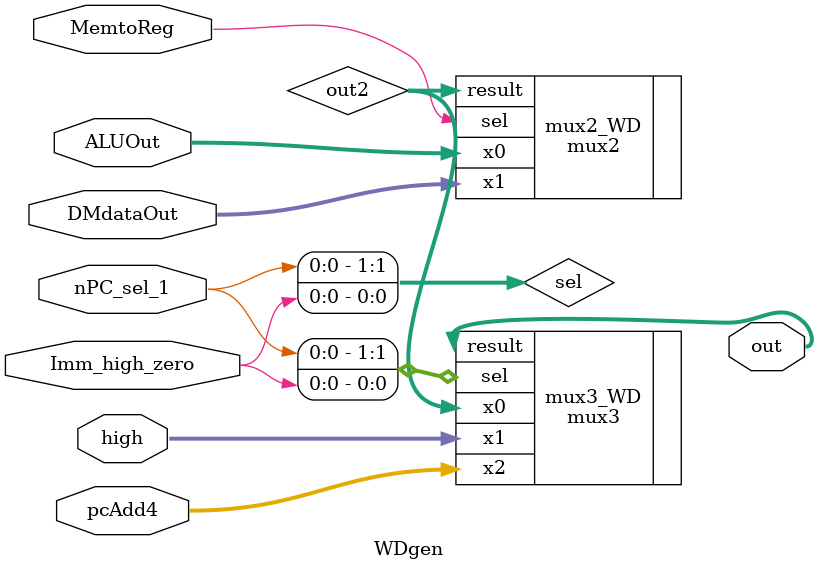
<source format=v>
`timescale 1ns / 1ps
module WDgen(
	input [31:0] ALUOut,
	input [31:0] DMdataOut,
	input [31:0] high,
	input [31:0] pcAdd4,
	input MemtoReg, //ÕâÀïÓÐ´ýÕûºÏ,¿ÉÒÔÔö¼ÓÑ¡Ôñ¶àÎ»ÐÅºÅµÄMUX
	input Imm_high_zero,
	input nPC_sel_1,
	output [31:0] out
    );
	wire [1:0] sel;
	wire [31:0] out2;
	assign sel = {nPC_sel_1, Imm_high_zero};//sew signal
	mux2 mux2_WD(.x0(ALUOut), .x1(DMdataOut), .sel(MemtoReg), .result(out2));
	mux3 mux3_WD(.x0(out2), .x1(high), .x2(pcAdd4), .sel(sel), .result(out));//Ä£¿é»¯ Á¬½ÓÊä³ö
endmodule

</source>
